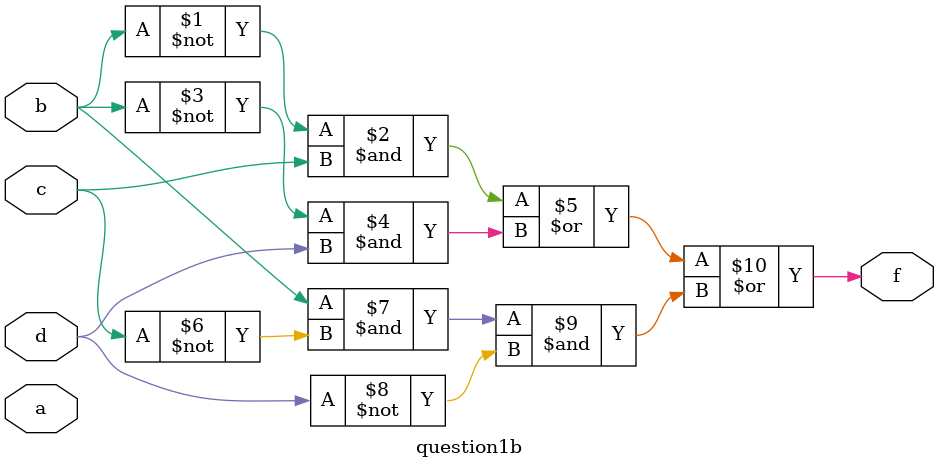
<source format=v>
module question1b (a,b,c,d,f);
input a,b,c,d;
output f;

assign f = (~b & c) | (~b & d) | (b & ~c & ~d);

endmodule



</source>
